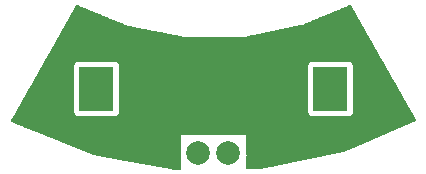
<source format=gbl>
%FSLAX46Y46*%
G04 Gerber Fmt 4.6, Leading zero omitted, Abs format (unit mm)*
G04 Created by KiCad (PCBNEW (2014-08-24 BZR 5093)-product) date Sun 24 Aug 2014 09:58:16 PM CEST*
%MOMM*%
G01*
G04 APERTURE LIST*
%ADD10C,0.100000*%
%ADD11R,3.000000X3.800000*%
%ADD12C,2.000000*%
%ADD13C,0.609600*%
%ADD14C,0.406400*%
G04 APERTURE END LIST*
D10*
D11*
X140100000Y-124700000D03*
X159900000Y-124700000D03*
D12*
X146210000Y-130130000D03*
X148750000Y-130130000D03*
X151290000Y-130130000D03*
X153830000Y-130130000D03*
D13*
X149980000Y-122280000D03*
D14*
X149980000Y-122280000D02*
X149970000Y-122290000D01*
X149970000Y-122290000D02*
X149970000Y-126390000D01*
X149970000Y-126390000D02*
X151220000Y-127640000D01*
X151220000Y-127640000D02*
X153010000Y-127640000D01*
X153010000Y-127640000D02*
X153830000Y-128460000D01*
X153830000Y-128460000D02*
X153830000Y-130130000D01*
X149970000Y-126420000D02*
X148770000Y-127620000D01*
X148770000Y-127620000D02*
X147120000Y-127620000D01*
X147120000Y-127620000D02*
X146210000Y-128530000D01*
X146210000Y-128530000D02*
X146210000Y-130130000D01*
X149970000Y-126390000D02*
X149970000Y-126420000D01*
D10*
X161568088Y-117606452D02*
X161568088Y-117606452D01*
X138395778Y-117657252D02*
X138517513Y-117657252D01*
X161446063Y-117657252D02*
X161597010Y-117657252D01*
X138367000Y-117708052D02*
X138642009Y-117708052D01*
X161324038Y-117708052D02*
X161625932Y-117708052D01*
X138338222Y-117758852D02*
X138766505Y-117758852D01*
X161202013Y-117758852D02*
X161654854Y-117758852D01*
X138309444Y-117809652D02*
X138891001Y-117809652D01*
X161079988Y-117809652D02*
X161683776Y-117809652D01*
X138280665Y-117860452D02*
X139015497Y-117860452D01*
X160957962Y-117860452D02*
X161712697Y-117860452D01*
X138251887Y-117911252D02*
X139139993Y-117911252D01*
X160835937Y-117911252D02*
X161741619Y-117911252D01*
X138223109Y-117962052D02*
X139264489Y-117962052D01*
X160713912Y-117962052D02*
X161770541Y-117962052D01*
X138194331Y-118012852D02*
X139388985Y-118012852D01*
X160591887Y-118012852D02*
X161799463Y-118012852D01*
X138165553Y-118063652D02*
X139513481Y-118063652D01*
X160469862Y-118063652D02*
X161828384Y-118063652D01*
X138136775Y-118114452D02*
X139637977Y-118114452D01*
X160347836Y-118114452D02*
X161857306Y-118114452D01*
X138107997Y-118165252D02*
X139762474Y-118165252D01*
X160225811Y-118165252D02*
X161886228Y-118165252D01*
X138079219Y-118216052D02*
X139886970Y-118216052D01*
X160103786Y-118216052D02*
X161915150Y-118216052D01*
X138050440Y-118266852D02*
X140011466Y-118266852D01*
X159981761Y-118266852D02*
X161944071Y-118266852D01*
X138021662Y-118317652D02*
X140135962Y-118317652D01*
X159859735Y-118317652D02*
X161972993Y-118317652D01*
X137992884Y-118368452D02*
X140260458Y-118368452D01*
X159737710Y-118368452D02*
X162001915Y-118368452D01*
X137964106Y-118419252D02*
X140384954Y-118419252D01*
X159615685Y-118419252D02*
X162030837Y-118419252D01*
X137935328Y-118470052D02*
X140509450Y-118470052D01*
X159493660Y-118470052D02*
X162059758Y-118470052D01*
X137906550Y-118520852D02*
X140633946Y-118520852D01*
X159371635Y-118520852D02*
X162088680Y-118520852D01*
X137877772Y-118571652D02*
X140758442Y-118571652D01*
X159249609Y-118571652D02*
X162117602Y-118571652D01*
X137848993Y-118622452D02*
X140882938Y-118622452D01*
X159127584Y-118622452D02*
X162146524Y-118622452D01*
X137820215Y-118673252D02*
X141007434Y-118673252D01*
X159005559Y-118673252D02*
X162175445Y-118673252D01*
X137791437Y-118724052D02*
X141131930Y-118724052D01*
X158883534Y-118724052D02*
X162204367Y-118724052D01*
X137762659Y-118774852D02*
X141256426Y-118774852D01*
X158761508Y-118774852D02*
X162233289Y-118774852D01*
X137733881Y-118825652D02*
X141380922Y-118825652D01*
X158639483Y-118825652D02*
X162262211Y-118825652D01*
X137705103Y-118876452D02*
X141505418Y-118876452D01*
X158517458Y-118876452D02*
X162291132Y-118876452D01*
X137676325Y-118927252D02*
X141629914Y-118927252D01*
X158395433Y-118927252D02*
X162320054Y-118927252D01*
X137647547Y-118978052D02*
X141754410Y-118978052D01*
X158273408Y-118978052D02*
X162348976Y-118978052D01*
X137618768Y-119028852D02*
X141878906Y-119028852D01*
X158151382Y-119028852D02*
X162377898Y-119028852D01*
X137589990Y-119079652D02*
X142003402Y-119079652D01*
X158029357Y-119079652D02*
X162406819Y-119079652D01*
X137561212Y-119130452D02*
X142127898Y-119130452D01*
X157907332Y-119130452D02*
X162435741Y-119130452D01*
X137532434Y-119181252D02*
X142252394Y-119181252D01*
X157785307Y-119181252D02*
X162464663Y-119181252D01*
X137503656Y-119232052D02*
X142376890Y-119232052D01*
X157663282Y-119232052D02*
X162493585Y-119232052D01*
X137474878Y-119282852D02*
X142501386Y-119282852D01*
X157541256Y-119282852D02*
X162522506Y-119282852D01*
X137446100Y-119333652D02*
X142625882Y-119333652D01*
X157396015Y-119333652D02*
X162551428Y-119333652D01*
X137417322Y-119384452D02*
X142771232Y-119384452D01*
X157147157Y-119384452D02*
X162580350Y-119384452D01*
X137388543Y-119435252D02*
X143030042Y-119435252D01*
X156895270Y-119435252D02*
X162609272Y-119435252D01*
X137359765Y-119486052D02*
X143291441Y-119486052D01*
X156643382Y-119486052D02*
X162638193Y-119486052D01*
X137330987Y-119536852D02*
X143552841Y-119536852D01*
X156391495Y-119536852D02*
X162667115Y-119536852D01*
X137302209Y-119587652D02*
X143814240Y-119587652D01*
X156139608Y-119587652D02*
X162696037Y-119587652D01*
X137273431Y-119638452D02*
X144075639Y-119638452D01*
X155887721Y-119638452D02*
X162724959Y-119638452D01*
X137244653Y-119689252D02*
X144337038Y-119689252D01*
X155635834Y-119689252D02*
X162753880Y-119689252D01*
X137215875Y-119740052D02*
X144598438Y-119740052D01*
X155383947Y-119740052D02*
X162782802Y-119740052D01*
X137187096Y-119790852D02*
X144859837Y-119790852D01*
X155132060Y-119790852D02*
X162811724Y-119790852D01*
X137158318Y-119841652D02*
X145121236Y-119841652D01*
X154880172Y-119841652D02*
X162840646Y-119841652D01*
X137129540Y-119892452D02*
X145382635Y-119892452D01*
X154628285Y-119892452D02*
X162869567Y-119892452D01*
X137100762Y-119943252D02*
X145644035Y-119943252D01*
X154376398Y-119943252D02*
X162898489Y-119943252D01*
X137071984Y-119994052D02*
X145905434Y-119994052D01*
X154124511Y-119994052D02*
X162927411Y-119994052D01*
X137043206Y-120044852D02*
X146166833Y-120044852D01*
X153872624Y-120044852D02*
X162956333Y-120044852D01*
X137014428Y-120095652D02*
X146428232Y-120095652D01*
X153620737Y-120095652D02*
X162985254Y-120095652D01*
X136985650Y-120146452D02*
X146689631Y-120146452D01*
X153368850Y-120146452D02*
X163014176Y-120146452D01*
X136956871Y-120197252D02*
X146951031Y-120197252D01*
X153116962Y-120197252D02*
X163043098Y-120197252D01*
X136928093Y-120248052D02*
X147212430Y-120248052D01*
X152865075Y-120248052D02*
X163072020Y-120248052D01*
X136899315Y-120298852D02*
X147473829Y-120298852D01*
X152612943Y-120298852D02*
X163100941Y-120298852D01*
X136870537Y-120349652D02*
X163129863Y-120349652D01*
X136841759Y-120400452D02*
X163158785Y-120400452D01*
X136812981Y-120451252D02*
X163187707Y-120451252D01*
X136784203Y-120502052D02*
X163216628Y-120502052D01*
X136755425Y-120552852D02*
X163245550Y-120552852D01*
X136726646Y-120603652D02*
X163274472Y-120603652D01*
X136697868Y-120654452D02*
X163303394Y-120654452D01*
X136669090Y-120705252D02*
X163332315Y-120705252D01*
X136640312Y-120756052D02*
X163361237Y-120756052D01*
X136611534Y-120806852D02*
X163390159Y-120806852D01*
X136582756Y-120857652D02*
X163419081Y-120857652D01*
X136553978Y-120908452D02*
X163448002Y-120908452D01*
X136525199Y-120959252D02*
X163476924Y-120959252D01*
X136496421Y-121010052D02*
X163505846Y-121010052D01*
X136467643Y-121060852D02*
X163534768Y-121060852D01*
X136438865Y-121111652D02*
X163563689Y-121111652D01*
X136410087Y-121162452D02*
X163592611Y-121162452D01*
X136381309Y-121213252D02*
X163621533Y-121213252D01*
X136352531Y-121264052D02*
X163650455Y-121264052D01*
X136323753Y-121314852D02*
X163679376Y-121314852D01*
X136294974Y-121365652D02*
X163708298Y-121365652D01*
X136266196Y-121416452D02*
X163737220Y-121416452D01*
X136237418Y-121467252D02*
X163766142Y-121467252D01*
X136208640Y-121518052D02*
X163795063Y-121518052D01*
X136179862Y-121568852D02*
X163823985Y-121568852D01*
X136151084Y-121619652D02*
X163852907Y-121619652D01*
X136122306Y-121670452D02*
X163881829Y-121670452D01*
X136093528Y-121721252D02*
X163910750Y-121721252D01*
X136064749Y-121772052D02*
X163939672Y-121772052D01*
X136035971Y-121822852D02*
X163968594Y-121822852D01*
X136007193Y-121873652D02*
X163997516Y-121873652D01*
X135978415Y-121924452D02*
X164026437Y-121924452D01*
X135949637Y-121975252D02*
X164055359Y-121975252D01*
X135920859Y-122026052D02*
X164084281Y-122026052D01*
X135892081Y-122076852D02*
X164113203Y-122076852D01*
X135863302Y-122127652D02*
X164142124Y-122127652D01*
X135834524Y-122178452D02*
X164171046Y-122178452D01*
X135805746Y-122229252D02*
X164199968Y-122229252D01*
X135776968Y-122280052D02*
X164228890Y-122280052D01*
X135748190Y-122330852D02*
X164257811Y-122330852D01*
X135719412Y-122381652D02*
X138434074Y-122381652D01*
X141765925Y-122381652D02*
X158234074Y-122381652D01*
X161565925Y-122381652D02*
X164286733Y-122381652D01*
X135690634Y-122432452D02*
X138340095Y-122432452D01*
X141859904Y-122432452D02*
X158140095Y-122432452D01*
X161659904Y-122432452D02*
X164315655Y-122432452D01*
X135661856Y-122483252D02*
X138280352Y-122483252D01*
X141919648Y-122483252D02*
X158080352Y-122483252D01*
X161719648Y-122483252D02*
X164344577Y-122483252D01*
X135633077Y-122534052D02*
X138236490Y-122534052D01*
X141963509Y-122534052D02*
X158036490Y-122534052D01*
X161763509Y-122534052D02*
X164373498Y-122534052D01*
X135604299Y-122584852D02*
X138202546Y-122584852D01*
X141997453Y-122584852D02*
X158002546Y-122584852D01*
X161797453Y-122584852D02*
X164402420Y-122584852D01*
X135575521Y-122635652D02*
X138180998Y-122635652D01*
X142019001Y-122635652D02*
X157980998Y-122635652D01*
X161819001Y-122635652D02*
X164431342Y-122635652D01*
X135546743Y-122686452D02*
X138163769Y-122686452D01*
X142036230Y-122686452D02*
X157963769Y-122686452D01*
X161836230Y-122686452D02*
X164460264Y-122686452D01*
X135517965Y-122737252D02*
X138153665Y-122737252D01*
X142046334Y-122737252D02*
X157953665Y-122737252D01*
X161846334Y-122737252D02*
X164489185Y-122737252D01*
X135489187Y-122788052D02*
X138150000Y-122788052D01*
X142050000Y-122788052D02*
X157950000Y-122788052D01*
X161850000Y-122788052D02*
X164518107Y-122788052D01*
X135460409Y-122838852D02*
X138150000Y-122838852D01*
X142050000Y-122838852D02*
X157950000Y-122838852D01*
X161850000Y-122838852D02*
X164547029Y-122838852D01*
X135431630Y-122889652D02*
X138150000Y-122889652D01*
X142050000Y-122889652D02*
X157950000Y-122889652D01*
X161850000Y-122889652D02*
X164575951Y-122889652D01*
X135402852Y-122940452D02*
X138150000Y-122940452D01*
X142050000Y-122940452D02*
X157950000Y-122940452D01*
X161850000Y-122940452D02*
X164604872Y-122940452D01*
X135374074Y-122991252D02*
X138150000Y-122991252D01*
X142050000Y-122991252D02*
X157950000Y-122991252D01*
X161850000Y-122991252D02*
X164633794Y-122991252D01*
X135345296Y-123042052D02*
X138150000Y-123042052D01*
X142050000Y-123042052D02*
X157950000Y-123042052D01*
X161850000Y-123042052D02*
X164662716Y-123042052D01*
X135316518Y-123092852D02*
X138150000Y-123092852D01*
X142050000Y-123092852D02*
X157950000Y-123092852D01*
X161850000Y-123092852D02*
X164691638Y-123092852D01*
X135287740Y-123143652D02*
X138150000Y-123143652D01*
X142050000Y-123143652D02*
X157950000Y-123143652D01*
X161850000Y-123143652D02*
X164720559Y-123143652D01*
X135258962Y-123194452D02*
X138150000Y-123194452D01*
X142050000Y-123194452D02*
X157950000Y-123194452D01*
X161850000Y-123194452D02*
X164749481Y-123194452D01*
X135230184Y-123245252D02*
X138150000Y-123245252D01*
X142050000Y-123245252D02*
X157950000Y-123245252D01*
X161850000Y-123245252D02*
X164778403Y-123245252D01*
X135201405Y-123296052D02*
X138150000Y-123296052D01*
X142050000Y-123296052D02*
X157950000Y-123296052D01*
X161850000Y-123296052D02*
X164807325Y-123296052D01*
X135172627Y-123346852D02*
X138150000Y-123346852D01*
X142050000Y-123346852D02*
X157950000Y-123346852D01*
X161850000Y-123346852D02*
X164836246Y-123346852D01*
X135143849Y-123397652D02*
X138150000Y-123397652D01*
X142050000Y-123397652D02*
X157950000Y-123397652D01*
X161850000Y-123397652D02*
X164865168Y-123397652D01*
X135115071Y-123448452D02*
X138150000Y-123448452D01*
X142050000Y-123448452D02*
X157950000Y-123448452D01*
X161850000Y-123448452D02*
X164894090Y-123448452D01*
X135086293Y-123499252D02*
X138150000Y-123499252D01*
X142050000Y-123499252D02*
X157950000Y-123499252D01*
X161850000Y-123499252D02*
X164923012Y-123499252D01*
X135057515Y-123550052D02*
X138150000Y-123550052D01*
X142050000Y-123550052D02*
X157950000Y-123550052D01*
X161850000Y-123550052D02*
X164951933Y-123550052D01*
X135028737Y-123600852D02*
X138150000Y-123600852D01*
X142050000Y-123600852D02*
X157950000Y-123600852D01*
X161850000Y-123600852D02*
X164980855Y-123600852D01*
X134999959Y-123651652D02*
X138150000Y-123651652D01*
X142050000Y-123651652D02*
X157950000Y-123651652D01*
X161850000Y-123651652D02*
X165009777Y-123651652D01*
X134971180Y-123702452D02*
X138150000Y-123702452D01*
X142050000Y-123702452D02*
X157950000Y-123702452D01*
X161850000Y-123702452D02*
X165038699Y-123702452D01*
X134942402Y-123753252D02*
X138150000Y-123753252D01*
X142050000Y-123753252D02*
X157950000Y-123753252D01*
X161850000Y-123753252D02*
X165067620Y-123753252D01*
X134913624Y-123804052D02*
X138150000Y-123804052D01*
X142050000Y-123804052D02*
X157950000Y-123804052D01*
X161850000Y-123804052D02*
X165096542Y-123804052D01*
X134884846Y-123854852D02*
X138150000Y-123854852D01*
X142050000Y-123854852D02*
X157950000Y-123854852D01*
X161850000Y-123854852D02*
X165125464Y-123854852D01*
X134856068Y-123905652D02*
X138150000Y-123905652D01*
X142050000Y-123905652D02*
X157950000Y-123905652D01*
X161850000Y-123905652D02*
X165154386Y-123905652D01*
X134827290Y-123956452D02*
X138150000Y-123956452D01*
X142050000Y-123956452D02*
X157950000Y-123956452D01*
X161850000Y-123956452D02*
X165183307Y-123956452D01*
X134798512Y-124007252D02*
X138150000Y-124007252D01*
X142050000Y-124007252D02*
X157950000Y-124007252D01*
X161850000Y-124007252D02*
X165212229Y-124007252D01*
X134769733Y-124058052D02*
X138150000Y-124058052D01*
X142050000Y-124058052D02*
X157950000Y-124058052D01*
X161850000Y-124058052D02*
X165241151Y-124058052D01*
X134740955Y-124108852D02*
X138150000Y-124108852D01*
X142050000Y-124108852D02*
X157950000Y-124108852D01*
X161850000Y-124108852D02*
X165270073Y-124108852D01*
X134712177Y-124159652D02*
X138150000Y-124159652D01*
X142050000Y-124159652D02*
X157950000Y-124159652D01*
X161850000Y-124159652D02*
X165298994Y-124159652D01*
X134683399Y-124210452D02*
X138150000Y-124210452D01*
X142050000Y-124210452D02*
X157950000Y-124210452D01*
X161850000Y-124210452D02*
X165327916Y-124210452D01*
X134654621Y-124261252D02*
X138150000Y-124261252D01*
X142050000Y-124261252D02*
X157950000Y-124261252D01*
X161850000Y-124261252D02*
X165356838Y-124261252D01*
X134625843Y-124312052D02*
X138150000Y-124312052D01*
X142050000Y-124312052D02*
X157950000Y-124312052D01*
X161850000Y-124312052D02*
X165385760Y-124312052D01*
X134597065Y-124362852D02*
X138150000Y-124362852D01*
X142050000Y-124362852D02*
X157950000Y-124362852D01*
X161850000Y-124362852D02*
X165414681Y-124362852D01*
X134568287Y-124413652D02*
X138150000Y-124413652D01*
X142050000Y-124413652D02*
X157950000Y-124413652D01*
X161850000Y-124413652D02*
X165443603Y-124413652D01*
X134539508Y-124464452D02*
X138150000Y-124464452D01*
X142050000Y-124464452D02*
X157950000Y-124464452D01*
X161850000Y-124464452D02*
X165472525Y-124464452D01*
X134510730Y-124515252D02*
X138150000Y-124515252D01*
X142050000Y-124515252D02*
X157950000Y-124515252D01*
X161850000Y-124515252D02*
X165501447Y-124515252D01*
X134481952Y-124566052D02*
X138150000Y-124566052D01*
X142050000Y-124566052D02*
X157950000Y-124566052D01*
X161850000Y-124566052D02*
X165530368Y-124566052D01*
X134453174Y-124616852D02*
X138150000Y-124616852D01*
X142050000Y-124616852D02*
X157950000Y-124616852D01*
X161850000Y-124616852D02*
X165559290Y-124616852D01*
X134424396Y-124667652D02*
X138150000Y-124667652D01*
X142050000Y-124667652D02*
X157950000Y-124667652D01*
X161850000Y-124667652D02*
X165588212Y-124667652D01*
X134395618Y-124718452D02*
X138150000Y-124718452D01*
X142050000Y-124718452D02*
X157950000Y-124718452D01*
X161850000Y-124718452D02*
X165617134Y-124718452D01*
X134366840Y-124769252D02*
X138150000Y-124769252D01*
X142050000Y-124769252D02*
X157950000Y-124769252D01*
X161850000Y-124769252D02*
X165646055Y-124769252D01*
X134338062Y-124820052D02*
X138150000Y-124820052D01*
X142050000Y-124820052D02*
X157950000Y-124820052D01*
X161850000Y-124820052D02*
X165674977Y-124820052D01*
X134309283Y-124870852D02*
X138150000Y-124870852D01*
X142050000Y-124870852D02*
X157950000Y-124870852D01*
X161850000Y-124870852D02*
X165703899Y-124870852D01*
X134280505Y-124921652D02*
X138150000Y-124921652D01*
X142050000Y-124921652D02*
X157950000Y-124921652D01*
X161850000Y-124921652D02*
X165732821Y-124921652D01*
X134251727Y-124972452D02*
X138150000Y-124972452D01*
X142050000Y-124972452D02*
X157950000Y-124972452D01*
X161850000Y-124972452D02*
X165761742Y-124972452D01*
X134222949Y-125023252D02*
X138150000Y-125023252D01*
X142050000Y-125023252D02*
X157950000Y-125023252D01*
X161850000Y-125023252D02*
X165790664Y-125023252D01*
X134194171Y-125074052D02*
X138150000Y-125074052D01*
X142050000Y-125074052D02*
X157950000Y-125074052D01*
X161850000Y-125074052D02*
X165819586Y-125074052D01*
X134165393Y-125124852D02*
X138150000Y-125124852D01*
X142050000Y-125124852D02*
X157950000Y-125124852D01*
X161850000Y-125124852D02*
X165848508Y-125124852D01*
X134136615Y-125175652D02*
X138150000Y-125175652D01*
X142050000Y-125175652D02*
X157950000Y-125175652D01*
X161850000Y-125175652D02*
X165877429Y-125175652D01*
X134107836Y-125226452D02*
X138150000Y-125226452D01*
X142050000Y-125226452D02*
X157950000Y-125226452D01*
X161850000Y-125226452D02*
X165906351Y-125226452D01*
X134079058Y-125277252D02*
X138150000Y-125277252D01*
X142050000Y-125277252D02*
X157950000Y-125277252D01*
X161850000Y-125277252D02*
X165935273Y-125277252D01*
X134050280Y-125328052D02*
X138150000Y-125328052D01*
X142050000Y-125328052D02*
X157950000Y-125328052D01*
X161850000Y-125328052D02*
X165964195Y-125328052D01*
X134021502Y-125378852D02*
X138150000Y-125378852D01*
X142050000Y-125378852D02*
X157950000Y-125378852D01*
X161850000Y-125378852D02*
X165993116Y-125378852D01*
X133992724Y-125429652D02*
X138150000Y-125429652D01*
X142050000Y-125429652D02*
X157950000Y-125429652D01*
X161850000Y-125429652D02*
X166022038Y-125429652D01*
X133963946Y-125480452D02*
X138150000Y-125480452D01*
X142050000Y-125480452D02*
X157950000Y-125480452D01*
X161850000Y-125480452D02*
X166050960Y-125480452D01*
X133935168Y-125531252D02*
X138150000Y-125531252D01*
X142050000Y-125531252D02*
X157950000Y-125531252D01*
X161850000Y-125531252D02*
X166079882Y-125531252D01*
X133906390Y-125582052D02*
X138150000Y-125582052D01*
X142050000Y-125582052D02*
X157950000Y-125582052D01*
X161850000Y-125582052D02*
X166108803Y-125582052D01*
X133877611Y-125632852D02*
X138150000Y-125632852D01*
X142050000Y-125632852D02*
X157950000Y-125632852D01*
X161850000Y-125632852D02*
X166137725Y-125632852D01*
X133848833Y-125683652D02*
X138150000Y-125683652D01*
X142050000Y-125683652D02*
X157950000Y-125683652D01*
X161850000Y-125683652D02*
X166166647Y-125683652D01*
X133820055Y-125734452D02*
X138150000Y-125734452D01*
X142050000Y-125734452D02*
X157950000Y-125734452D01*
X161850000Y-125734452D02*
X166195569Y-125734452D01*
X133791277Y-125785252D02*
X138150000Y-125785252D01*
X142050000Y-125785252D02*
X157950000Y-125785252D01*
X161850000Y-125785252D02*
X166224490Y-125785252D01*
X133762499Y-125836052D02*
X138150000Y-125836052D01*
X142050000Y-125836052D02*
X157950000Y-125836052D01*
X161850000Y-125836052D02*
X166253412Y-125836052D01*
X133733721Y-125886852D02*
X138150000Y-125886852D01*
X142050000Y-125886852D02*
X157950000Y-125886852D01*
X161850000Y-125886852D02*
X166282334Y-125886852D01*
X133704943Y-125937652D02*
X138150000Y-125937652D01*
X142050000Y-125937652D02*
X157950000Y-125937652D01*
X161850000Y-125937652D02*
X166311256Y-125937652D01*
X133676165Y-125988452D02*
X138150000Y-125988452D01*
X142050000Y-125988452D02*
X157950000Y-125988452D01*
X161850000Y-125988452D02*
X166340177Y-125988452D01*
X133647386Y-126039252D02*
X138150000Y-126039252D01*
X142050000Y-126039252D02*
X157950000Y-126039252D01*
X161850000Y-126039252D02*
X166369099Y-126039252D01*
X133618608Y-126090052D02*
X138150000Y-126090052D01*
X142050000Y-126090052D02*
X157950000Y-126090052D01*
X161850000Y-126090052D02*
X166398021Y-126090052D01*
X133589830Y-126140852D02*
X138150000Y-126140852D01*
X142050000Y-126140852D02*
X157950000Y-126140852D01*
X161850000Y-126140852D02*
X166426943Y-126140852D01*
X133561052Y-126191652D02*
X138150000Y-126191652D01*
X142050000Y-126191652D02*
X157950000Y-126191652D01*
X161850000Y-126191652D02*
X166455864Y-126191652D01*
X133532274Y-126242452D02*
X138150000Y-126242452D01*
X142050000Y-126242452D02*
X157950000Y-126242452D01*
X161850000Y-126242452D02*
X166484786Y-126242452D01*
X133503496Y-126293252D02*
X138150000Y-126293252D01*
X142050000Y-126293252D02*
X157950000Y-126293252D01*
X161850000Y-126293252D02*
X166513708Y-126293252D01*
X133474718Y-126344052D02*
X138150000Y-126344052D01*
X142050000Y-126344052D02*
X157950000Y-126344052D01*
X161850000Y-126344052D02*
X166542630Y-126344052D01*
X133445939Y-126394852D02*
X138150000Y-126394852D01*
X142050000Y-126394852D02*
X157950000Y-126394852D01*
X161850000Y-126394852D02*
X166571551Y-126394852D01*
X133417161Y-126445652D02*
X138150000Y-126445652D01*
X142050000Y-126445652D02*
X157950000Y-126445652D01*
X161850000Y-126445652D02*
X166600473Y-126445652D01*
X133388383Y-126496452D02*
X138150000Y-126496452D01*
X142050000Y-126496452D02*
X157950000Y-126496452D01*
X161850000Y-126496452D02*
X166629395Y-126496452D01*
X133359605Y-126547252D02*
X138150000Y-126547252D01*
X142050000Y-126547252D02*
X157950000Y-126547252D01*
X161850000Y-126547252D02*
X166658317Y-126547252D01*
X133330827Y-126598052D02*
X138150000Y-126598052D01*
X142050000Y-126598052D02*
X157950000Y-126598052D01*
X161850000Y-126598052D02*
X166687238Y-126598052D01*
X133302049Y-126648852D02*
X138150902Y-126648852D01*
X142049099Y-126648852D02*
X142050000Y-126648852D01*
X142050000Y-126648852D02*
X157950902Y-126648852D01*
X161849099Y-126648852D02*
X161850000Y-126648852D01*
X161850000Y-126648852D02*
X166716160Y-126648852D01*
X133273271Y-126699652D02*
X138161006Y-126699652D01*
X142038995Y-126699652D02*
X142050000Y-126699652D01*
X142050000Y-126699652D02*
X157961006Y-126699652D01*
X161838995Y-126699652D02*
X161850000Y-126699652D01*
X161850000Y-126699652D02*
X166745082Y-126699652D01*
X133244493Y-126750452D02*
X138175243Y-126750452D01*
X142024758Y-126750452D02*
X142050000Y-126750452D01*
X142050000Y-126750452D02*
X157975243Y-126750452D01*
X161824758Y-126750452D02*
X161850000Y-126750452D01*
X161850000Y-126750452D02*
X166774004Y-126750452D01*
X133215714Y-126801252D02*
X138196285Y-126801252D01*
X142003716Y-126801252D02*
X142050000Y-126801252D01*
X142050000Y-126801252D02*
X157996285Y-126801252D01*
X161803716Y-126801252D02*
X161850000Y-126801252D01*
X161850000Y-126801252D02*
X166802925Y-126801252D01*
X133186936Y-126852052D02*
X138227206Y-126852052D01*
X141972795Y-126852052D02*
X142050000Y-126852052D01*
X142050000Y-126852052D02*
X158027206Y-126852052D01*
X161772795Y-126852052D02*
X161850000Y-126852052D01*
X161850000Y-126852052D02*
X166831847Y-126852052D01*
X133158158Y-126902852D02*
X138266456Y-126902852D01*
X141933544Y-126902852D02*
X142050000Y-126902852D01*
X142050000Y-126902852D02*
X158066456Y-126902852D01*
X161733544Y-126902852D02*
X161850000Y-126902852D01*
X161850000Y-126902852D02*
X166860769Y-126902852D01*
X133129380Y-126953652D02*
X138319300Y-126953652D01*
X141880701Y-126953652D02*
X142050000Y-126953652D01*
X142050000Y-126953652D02*
X158119300Y-126953652D01*
X161680701Y-126953652D02*
X161850000Y-126953652D01*
X161850000Y-126953652D02*
X166889691Y-126953652D01*
X133100602Y-127004452D02*
X138400527Y-127004452D01*
X141799474Y-127004452D02*
X142050000Y-127004452D01*
X142050000Y-127004452D02*
X158200527Y-127004452D01*
X161599474Y-127004452D02*
X161850000Y-127004452D01*
X161850000Y-127004452D02*
X166918612Y-127004452D01*
X133071824Y-127055252D02*
X142050000Y-127055252D01*
X142050000Y-127055252D02*
X161850000Y-127055252D01*
X161850000Y-127055252D02*
X166947534Y-127055252D01*
X133043046Y-127106052D02*
X142050000Y-127106052D01*
X142050000Y-127106052D02*
X161850000Y-127106052D01*
X161850000Y-127106052D02*
X166976456Y-127106052D01*
X133014267Y-127156852D02*
X142050000Y-127156852D01*
X142050000Y-127156852D02*
X161850000Y-127156852D01*
X161850000Y-127156852D02*
X167005378Y-127156852D01*
X132985489Y-127207652D02*
X142050000Y-127207652D01*
X142050000Y-127207652D02*
X161850000Y-127207652D01*
X161850000Y-127207652D02*
X167034299Y-127207652D01*
X132956711Y-127258452D02*
X142050000Y-127258452D01*
X142050000Y-127258452D02*
X161850000Y-127258452D01*
X161850000Y-127258452D02*
X167063221Y-127258452D01*
X132927933Y-127309252D02*
X142050000Y-127309252D01*
X142050000Y-127309252D02*
X161850000Y-127309252D01*
X161850000Y-127309252D02*
X167092143Y-127309252D01*
X132899155Y-127360052D02*
X142050000Y-127360052D01*
X142050000Y-127360052D02*
X161850000Y-127360052D01*
X161850000Y-127360052D02*
X167121065Y-127360052D01*
X132870377Y-127410852D02*
X142050000Y-127410852D01*
X142050000Y-127410852D02*
X161850000Y-127410852D01*
X161850000Y-127410852D02*
X167011631Y-127410852D01*
X132943195Y-127461652D02*
X142050000Y-127461652D01*
X142050000Y-127461652D02*
X161850000Y-127461652D01*
X161850000Y-127461652D02*
X166892448Y-127461652D01*
X133038844Y-127512452D02*
X142050000Y-127512452D01*
X142050000Y-127512452D02*
X161850000Y-127512452D01*
X161850000Y-127512452D02*
X166773266Y-127512452D01*
X133134493Y-127563252D02*
X142050000Y-127563252D01*
X142050000Y-127563252D02*
X161850000Y-127563252D01*
X161850000Y-127563252D02*
X166654083Y-127563252D01*
X133259835Y-127614052D02*
X142050000Y-127614052D01*
X142050000Y-127614052D02*
X161850000Y-127614052D01*
X161850000Y-127614052D02*
X166534901Y-127614052D01*
X133387396Y-127664852D02*
X142050000Y-127664852D01*
X142050000Y-127664852D02*
X161850000Y-127664852D01*
X161850000Y-127664852D02*
X166415719Y-127664852D01*
X133514957Y-127715652D02*
X142050000Y-127715652D01*
X142050000Y-127715652D02*
X161850000Y-127715652D01*
X161850000Y-127715652D02*
X166296536Y-127715652D01*
X133642518Y-127766452D02*
X142050000Y-127766452D01*
X142050000Y-127766452D02*
X161850000Y-127766452D01*
X161850000Y-127766452D02*
X166177354Y-127766452D01*
X133770079Y-127817252D02*
X142050000Y-127817252D01*
X142050000Y-127817252D02*
X161850000Y-127817252D01*
X161850000Y-127817252D02*
X166058172Y-127817252D01*
X133897640Y-127868052D02*
X142050000Y-127868052D01*
X142050000Y-127868052D02*
X161850000Y-127868052D01*
X161850000Y-127868052D02*
X165938989Y-127868052D01*
X134025201Y-127918852D02*
X142050000Y-127918852D01*
X142050000Y-127918852D02*
X161850000Y-127918852D01*
X161850000Y-127918852D02*
X165819807Y-127918852D01*
X134152762Y-127969652D02*
X142050000Y-127969652D01*
X142050000Y-127969652D02*
X161850000Y-127969652D01*
X161850000Y-127969652D02*
X165700625Y-127969652D01*
X134280323Y-128020452D02*
X142050000Y-128020452D01*
X142050000Y-128020452D02*
X161850000Y-128020452D01*
X161850000Y-128020452D02*
X165581442Y-128020452D01*
X134407884Y-128071252D02*
X142050000Y-128071252D01*
X142050000Y-128071252D02*
X161850000Y-128071252D01*
X161850000Y-128071252D02*
X165462260Y-128071252D01*
X134535445Y-128122052D02*
X142050000Y-128122052D01*
X142050000Y-128122052D02*
X161850000Y-128122052D01*
X161850000Y-128122052D02*
X165343077Y-128122052D01*
X134663006Y-128172852D02*
X142050000Y-128172852D01*
X142050000Y-128172852D02*
X161850000Y-128172852D01*
X161850000Y-128172852D02*
X165223895Y-128172852D01*
X134790567Y-128223652D02*
X142050000Y-128223652D01*
X142050000Y-128223652D02*
X161850000Y-128223652D01*
X161850000Y-128223652D02*
X165104713Y-128223652D01*
X134918128Y-128274452D02*
X142050000Y-128274452D01*
X142050000Y-128274452D02*
X161850000Y-128274452D01*
X161850000Y-128274452D02*
X164985530Y-128274452D01*
X135045689Y-128325252D02*
X142050000Y-128325252D01*
X142050000Y-128325252D02*
X161850000Y-128325252D01*
X161850000Y-128325252D02*
X164866348Y-128325252D01*
X135173250Y-128376052D02*
X142050000Y-128376052D01*
X142050000Y-128376052D02*
X161850000Y-128376052D01*
X161850000Y-128376052D02*
X164747166Y-128376052D01*
X135300811Y-128426852D02*
X142050000Y-128426852D01*
X142050000Y-128426852D02*
X161850000Y-128426852D01*
X161850000Y-128426852D02*
X164627983Y-128426852D01*
X135428372Y-128477652D02*
X142050000Y-128477652D01*
X142050000Y-128477652D02*
X161850000Y-128477652D01*
X161850000Y-128477652D02*
X164508801Y-128477652D01*
X135555933Y-128528452D02*
X142050000Y-128528452D01*
X142050000Y-128528452D02*
X161850000Y-128528452D01*
X161850000Y-128528452D02*
X164389619Y-128528452D01*
X135683494Y-128579252D02*
X142050000Y-128579252D01*
X142050000Y-128579252D02*
X147230000Y-128579252D01*
X152820000Y-128579252D02*
X161850000Y-128579252D01*
X161850000Y-128579252D02*
X164270436Y-128579252D01*
X135811055Y-128630052D02*
X142050000Y-128630052D01*
X142050000Y-128630052D02*
X147230000Y-128630052D01*
X152820000Y-128630052D02*
X161850000Y-128630052D01*
X161850000Y-128630052D02*
X164151254Y-128630052D01*
X135938616Y-128680852D02*
X142050000Y-128680852D01*
X142050000Y-128680852D02*
X147230000Y-128680852D01*
X152820000Y-128680852D02*
X161850000Y-128680852D01*
X161850000Y-128680852D02*
X164032071Y-128680852D01*
X136066177Y-128731652D02*
X142050000Y-128731652D01*
X142050000Y-128731652D02*
X147230000Y-128731652D01*
X152820000Y-128731652D02*
X161850000Y-128731652D01*
X161850000Y-128731652D02*
X163912889Y-128731652D01*
X136193738Y-128782452D02*
X142050000Y-128782452D01*
X142050000Y-128782452D02*
X147230000Y-128782452D01*
X152820000Y-128782452D02*
X161850000Y-128782452D01*
X161850000Y-128782452D02*
X163793707Y-128782452D01*
X136321299Y-128833252D02*
X142050000Y-128833252D01*
X142050000Y-128833252D02*
X147230000Y-128833252D01*
X152820000Y-128833252D02*
X161850000Y-128833252D01*
X161850000Y-128833252D02*
X163674524Y-128833252D01*
X136448860Y-128884052D02*
X142050000Y-128884052D01*
X142050000Y-128884052D02*
X147230000Y-128884052D01*
X152820000Y-128884052D02*
X161850000Y-128884052D01*
X161850000Y-128884052D02*
X163555342Y-128884052D01*
X136576421Y-128934852D02*
X142050000Y-128934852D01*
X142050000Y-128934852D02*
X147230000Y-128934852D01*
X152820000Y-128934852D02*
X161850000Y-128934852D01*
X161850000Y-128934852D02*
X163436160Y-128934852D01*
X136703982Y-128985652D02*
X142050000Y-128985652D01*
X142050000Y-128985652D02*
X147230000Y-128985652D01*
X152820000Y-128985652D02*
X161850000Y-128985652D01*
X161850000Y-128985652D02*
X163316977Y-128985652D01*
X136831543Y-129036452D02*
X142050000Y-129036452D01*
X142050000Y-129036452D02*
X147230000Y-129036452D01*
X152820000Y-129036452D02*
X161850000Y-129036452D01*
X161850000Y-129036452D02*
X163197795Y-129036452D01*
X136959104Y-129087252D02*
X142050000Y-129087252D01*
X142050000Y-129087252D02*
X147230000Y-129087252D01*
X152820000Y-129087252D02*
X161850000Y-129087252D01*
X161850000Y-129087252D02*
X163078612Y-129087252D01*
X137086665Y-129138052D02*
X142050000Y-129138052D01*
X142050000Y-129138052D02*
X147230000Y-129138052D01*
X152820000Y-129138052D02*
X161850000Y-129138052D01*
X161850000Y-129138052D02*
X162959430Y-129138052D01*
X137214226Y-129188852D02*
X142050000Y-129188852D01*
X142050000Y-129188852D02*
X147230000Y-129188852D01*
X152820000Y-129188852D02*
X161850000Y-129188852D01*
X161850000Y-129188852D02*
X162840248Y-129188852D01*
X137341787Y-129239652D02*
X142050000Y-129239652D01*
X142050000Y-129239652D02*
X147230000Y-129239652D01*
X152820000Y-129239652D02*
X161850000Y-129239652D01*
X161850000Y-129239652D02*
X162721065Y-129239652D01*
X137469348Y-129290452D02*
X142050000Y-129290452D01*
X142050000Y-129290452D02*
X147230000Y-129290452D01*
X152820000Y-129290452D02*
X161850000Y-129290452D01*
X161850000Y-129290452D02*
X162601883Y-129290452D01*
X137596909Y-129341252D02*
X142050000Y-129341252D01*
X142050000Y-129341252D02*
X147230000Y-129341252D01*
X152820000Y-129341252D02*
X161850000Y-129341252D01*
X161850000Y-129341252D02*
X162482701Y-129341252D01*
X137724470Y-129392052D02*
X142050000Y-129392052D01*
X142050000Y-129392052D02*
X147230000Y-129392052D01*
X152820000Y-129392052D02*
X161850000Y-129392052D01*
X161850000Y-129392052D02*
X162363518Y-129392052D01*
X137852031Y-129442852D02*
X142050000Y-129442852D01*
X142050000Y-129442852D02*
X147230000Y-129442852D01*
X152820000Y-129442852D02*
X161850000Y-129442852D01*
X161850000Y-129442852D02*
X162244336Y-129442852D01*
X137979592Y-129493652D02*
X142050000Y-129493652D01*
X142050000Y-129493652D02*
X147230000Y-129493652D01*
X152820000Y-129493652D02*
X161850000Y-129493652D01*
X161850000Y-129493652D02*
X162125154Y-129493652D01*
X138107153Y-129544452D02*
X142050000Y-129544452D01*
X142050000Y-129544452D02*
X147230000Y-129544452D01*
X152820000Y-129544452D02*
X161850000Y-129544452D01*
X161850000Y-129544452D02*
X162005971Y-129544452D01*
X138234714Y-129595252D02*
X142050000Y-129595252D01*
X142050000Y-129595252D02*
X147230000Y-129595252D01*
X152820000Y-129595252D02*
X161850000Y-129595252D01*
X161850000Y-129595252D02*
X161886789Y-129595252D01*
X138362275Y-129646052D02*
X142050000Y-129646052D01*
X142050000Y-129646052D02*
X147230000Y-129646052D01*
X152820000Y-129646052D02*
X161767607Y-129646052D01*
X138489836Y-129696852D02*
X142050000Y-129696852D01*
X142050000Y-129696852D02*
X147230000Y-129696852D01*
X152820000Y-129696852D02*
X161648424Y-129696852D01*
X138617398Y-129747652D02*
X142050000Y-129747652D01*
X142050000Y-129747652D02*
X147230000Y-129747652D01*
X152820000Y-129747652D02*
X161529242Y-129747652D01*
X138744959Y-129798452D02*
X142050000Y-129798452D01*
X142050000Y-129798452D02*
X147230000Y-129798452D01*
X152820000Y-129798452D02*
X161410060Y-129798452D01*
X138872520Y-129849252D02*
X142050000Y-129849252D01*
X142050000Y-129849252D02*
X147224978Y-129849252D01*
X152820000Y-129849252D02*
X161290878Y-129849252D01*
X139000081Y-129900052D02*
X142050000Y-129900052D01*
X142050000Y-129900052D02*
X147214180Y-129900052D01*
X152824629Y-129900052D02*
X161171696Y-129900052D01*
X139127642Y-129950852D02*
X142050000Y-129950852D01*
X142050000Y-129950852D02*
X147203382Y-129950852D01*
X152834688Y-129950852D02*
X161052514Y-129950852D01*
X139255203Y-130001652D02*
X142050000Y-130001652D01*
X142050000Y-130001652D02*
X147201573Y-130001652D01*
X152839737Y-130001652D02*
X160855526Y-130001652D01*
X139382764Y-130052452D02*
X142050000Y-130052452D01*
X142050000Y-130052452D02*
X147200864Y-130052452D01*
X152839028Y-130052452D02*
X160614161Y-130052452D01*
X139510325Y-130103252D02*
X142050000Y-130103252D01*
X142050000Y-130103252D02*
X147200155Y-130103252D01*
X152838319Y-130103252D02*
X160372796Y-130103252D01*
X139637886Y-130154052D02*
X142050000Y-130154052D01*
X142050000Y-130154052D02*
X147199445Y-130154052D01*
X152837609Y-130154052D02*
X160131430Y-130154052D01*
X139765447Y-130204852D02*
X142050000Y-130204852D01*
X142050000Y-130204852D02*
X147198736Y-130204852D01*
X152836900Y-130204852D02*
X159890065Y-130204852D01*
X139987082Y-130255652D02*
X142050000Y-130255652D01*
X142050000Y-130255652D02*
X147198027Y-130255652D01*
X152836191Y-130255652D02*
X159648700Y-130255652D01*
X140260788Y-130306452D02*
X142050000Y-130306452D01*
X142050000Y-130306452D02*
X147206428Y-130306452D01*
X152835481Y-130306452D02*
X159407334Y-130306452D01*
X140534495Y-130357252D02*
X142050000Y-130357252D01*
X142050000Y-130357252D02*
X147215752Y-130357252D01*
X152827939Y-130357252D02*
X159165969Y-130357252D01*
X140808201Y-130408052D02*
X142050000Y-130408052D01*
X142050000Y-130408052D02*
X147225075Y-130408052D01*
X152820000Y-130408052D02*
X158924604Y-130408052D01*
X141081908Y-130458852D02*
X142050000Y-130458852D01*
X142050000Y-130458852D02*
X147230000Y-130458852D01*
X152820000Y-130458852D02*
X158683239Y-130458852D01*
X141355615Y-130509652D02*
X142050000Y-130509652D01*
X142050000Y-130509652D02*
X147230000Y-130509652D01*
X152820000Y-130509652D02*
X158441873Y-130509652D01*
X141629321Y-130560452D02*
X142050000Y-130560452D01*
X142050000Y-130560452D02*
X147230000Y-130560452D01*
X152820000Y-130560452D02*
X158200508Y-130560452D01*
X141903028Y-130611252D02*
X142050000Y-130611252D01*
X142050000Y-130611252D02*
X147230000Y-130611252D01*
X152820000Y-130611252D02*
X157959143Y-130611252D01*
X142176734Y-130662052D02*
X147230000Y-130662052D01*
X152820000Y-130662052D02*
X157717777Y-130662052D01*
X142450441Y-130712852D02*
X147230000Y-130712852D01*
X152820000Y-130712852D02*
X157476412Y-130712852D01*
X142724147Y-130763652D02*
X147230000Y-130763652D01*
X152820000Y-130763652D02*
X157235047Y-130763652D01*
X142997854Y-130814452D02*
X147230000Y-130814452D01*
X152820000Y-130814452D02*
X156993682Y-130814452D01*
X143271561Y-130865252D02*
X147230000Y-130865252D01*
X152820000Y-130865252D02*
X156752316Y-130865252D01*
X143545267Y-130916052D02*
X147230000Y-130916052D01*
X152820000Y-130916052D02*
X156510951Y-130916052D01*
X143818974Y-130966852D02*
X147230000Y-130966852D01*
X152820000Y-130966852D02*
X156269586Y-130966852D01*
X144092680Y-131017652D02*
X147230000Y-131017652D01*
X152820000Y-131017652D02*
X156028220Y-131017652D01*
X144366387Y-131068452D02*
X147230000Y-131068452D01*
X152820000Y-131068452D02*
X155786855Y-131068452D01*
X144640093Y-131119252D02*
X147230000Y-131119252D01*
X152820000Y-131119252D02*
X155545490Y-131119252D01*
X144913800Y-131170052D02*
X147230000Y-131170052D01*
X152820000Y-131170052D02*
X155304125Y-131170052D01*
X145187506Y-131220852D02*
X147230000Y-131220852D01*
X152820000Y-131220852D02*
X155062759Y-131220852D01*
X145461213Y-131271652D02*
X147230000Y-131271652D01*
X152820000Y-131271652D02*
X154821394Y-131271652D01*
X145734920Y-131322452D02*
X147230000Y-131322452D01*
X152820000Y-131322452D02*
X154580029Y-131322452D01*
X146008626Y-131373252D02*
X147230000Y-131373252D01*
X152820000Y-131373252D02*
X154338663Y-131373252D01*
X146282333Y-131424052D02*
X147230000Y-131424052D01*
X152820000Y-131424052D02*
X154097298Y-131424052D01*
X146556039Y-131474852D02*
X147230000Y-131474852D01*
X146829746Y-131525652D02*
X147134466Y-131525652D01*
X167122968Y-127363396D02*
X161850000Y-129610933D01*
X161850000Y-126644321D01*
X161850000Y-126555679D01*
X161850000Y-122755679D01*
X161832707Y-122668740D01*
X161798785Y-122586845D01*
X161749538Y-122513142D01*
X161686858Y-122450462D01*
X161613155Y-122401215D01*
X161531260Y-122367293D01*
X161444321Y-122350000D01*
X161355679Y-122350000D01*
X158355679Y-122350000D01*
X158268740Y-122367293D01*
X158186845Y-122401215D01*
X158113142Y-122450462D01*
X158050462Y-122513142D01*
X158001215Y-122586845D01*
X157967293Y-122668740D01*
X157950000Y-122755679D01*
X157950000Y-122844321D01*
X157950000Y-126644321D01*
X157967293Y-126731260D01*
X158001215Y-126813155D01*
X158050462Y-126886858D01*
X158113142Y-126949538D01*
X158186845Y-126998785D01*
X158268740Y-127032707D01*
X158355679Y-127050000D01*
X158444321Y-127050000D01*
X161444321Y-127050000D01*
X161531260Y-127032707D01*
X161613155Y-126998785D01*
X161686858Y-126949538D01*
X161749538Y-126886858D01*
X161798785Y-126813155D01*
X161832707Y-126731260D01*
X161850000Y-126644321D01*
X161850000Y-129610933D01*
X161009226Y-129969303D01*
X154005176Y-131443441D01*
X152820000Y-131457622D01*
X152820000Y-130392192D01*
X152835219Y-130325207D01*
X152840067Y-129978015D01*
X152820000Y-129876669D01*
X152820000Y-128540000D01*
X147230000Y-128540000D01*
X147230000Y-129825628D01*
X147202206Y-129956387D01*
X147197962Y-130260328D01*
X147230000Y-130434887D01*
X147230000Y-131524509D01*
X146848200Y-131529077D01*
X142050000Y-130638530D01*
X142050000Y-126644321D01*
X142050000Y-126555679D01*
X142050000Y-122755679D01*
X142032707Y-122668740D01*
X141998785Y-122586845D01*
X141949538Y-122513142D01*
X141886858Y-122450462D01*
X141813155Y-122401215D01*
X141731260Y-122367293D01*
X141644321Y-122350000D01*
X141555679Y-122350000D01*
X138555679Y-122350000D01*
X138468740Y-122367293D01*
X138386845Y-122401215D01*
X138313142Y-122450462D01*
X138250462Y-122513142D01*
X138201215Y-122586845D01*
X138167293Y-122668740D01*
X138150000Y-122755679D01*
X138150000Y-122844321D01*
X138150000Y-126644321D01*
X138167293Y-126731260D01*
X138201215Y-126813155D01*
X138250462Y-126886858D01*
X138313142Y-126949538D01*
X138386845Y-126998785D01*
X138468740Y-127032707D01*
X138555679Y-127050000D01*
X138644321Y-127050000D01*
X141644321Y-127050000D01*
X141731260Y-127032707D01*
X141813155Y-126998785D01*
X141886858Y-126949538D01*
X141949538Y-126886858D01*
X141998785Y-126813155D01*
X142032707Y-126731260D01*
X142050000Y-126644321D01*
X142050000Y-130638530D01*
X139810897Y-130222952D01*
X133141146Y-127566785D01*
X132865096Y-127420173D01*
X138418634Y-117616905D01*
X142688382Y-119359155D01*
X142731831Y-119372106D01*
X142775055Y-119385650D01*
X142781887Y-119387026D01*
X142781898Y-119387030D01*
X142781908Y-119387030D01*
X147559015Y-120315407D01*
X147604137Y-120319670D01*
X147649183Y-120324562D01*
X147656165Y-120324586D01*
X152522624Y-120307402D01*
X152567714Y-120302820D01*
X152612855Y-120298869D01*
X152619707Y-120297537D01*
X152619708Y-120297537D01*
X157390148Y-119335446D01*
X157433517Y-119322184D01*
X157477003Y-119309549D01*
X157483456Y-119306914D01*
X157483466Y-119306912D01*
X157483466Y-119306911D01*
X157483474Y-119306907D01*
X161568088Y-117606452D01*
X167122968Y-127363396D01*
M02*

</source>
